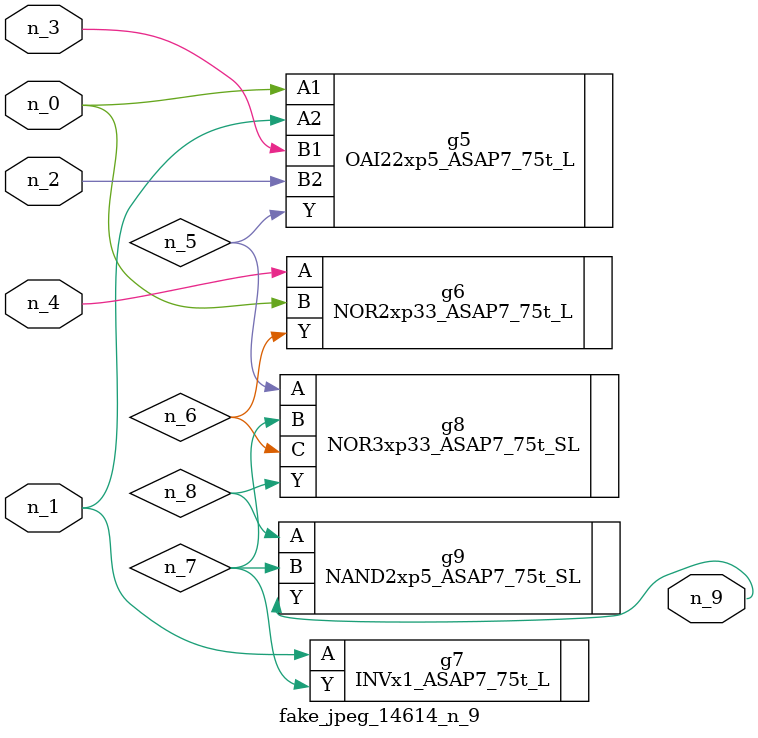
<source format=v>
module fake_jpeg_14614_n_9 (n_3, n_2, n_1, n_0, n_4, n_9);

input n_3;
input n_2;
input n_1;
input n_0;
input n_4;

output n_9;

wire n_8;
wire n_6;
wire n_5;
wire n_7;

OAI22xp5_ASAP7_75t_L g5 ( 
.A1(n_0),
.A2(n_1),
.B1(n_3),
.B2(n_2),
.Y(n_5)
);

NOR2xp33_ASAP7_75t_L g6 ( 
.A(n_4),
.B(n_0),
.Y(n_6)
);

INVx1_ASAP7_75t_L g7 ( 
.A(n_1),
.Y(n_7)
);

NOR3xp33_ASAP7_75t_SL g8 ( 
.A(n_5),
.B(n_7),
.C(n_6),
.Y(n_8)
);

NAND2xp5_ASAP7_75t_SL g9 ( 
.A(n_8),
.B(n_7),
.Y(n_9)
);


endmodule
</source>
